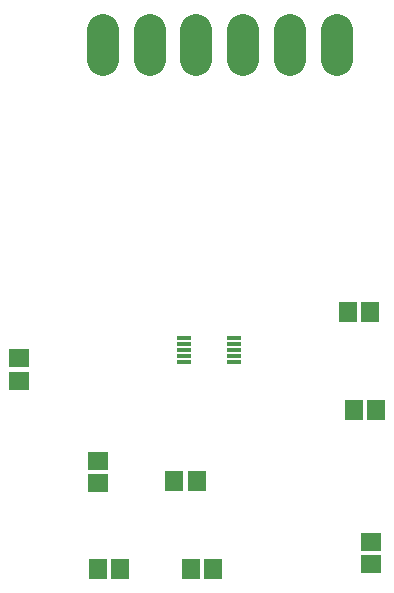
<source format=gbr>
G04 EAGLE Gerber RS-274X export*
G75*
%MOMM*%
%FSLAX34Y34*%
%LPD*%
%INSoldermask Bottom*%
%IPPOS*%
%AMOC8*
5,1,8,0,0,1.08239X$1,22.5*%
G01*
%ADD10R,1.503200X1.703200*%
%ADD11R,1.703200X1.503200*%
%ADD12R,1.203200X0.453200*%
%ADD13C,2.717800*%


D10*
X421400Y326000D03*
X440400Y326000D03*
X454300Y251700D03*
X435300Y251700D03*
D11*
X587900Y255700D03*
X587900Y274700D03*
D10*
X375400Y251700D03*
X356400Y251700D03*
X592400Y386400D03*
X573400Y386400D03*
X587400Y469500D03*
X568400Y469500D03*
D11*
X357000Y343200D03*
X357000Y324200D03*
X290300Y411100D03*
X290300Y430100D03*
D12*
X429769Y426800D03*
X429769Y431800D03*
X429769Y436800D03*
X429769Y441800D03*
X429769Y446800D03*
X472031Y446800D03*
X472031Y441800D03*
X472031Y436800D03*
X472031Y431800D03*
X472031Y426800D03*
D13*
X440188Y682427D02*
X440188Y707573D01*
X400564Y707573D02*
X400564Y682427D01*
X360940Y682427D02*
X360940Y707573D01*
X479812Y707573D02*
X479812Y682427D01*
X519436Y682427D02*
X519436Y707573D01*
X559060Y707573D02*
X559060Y682427D01*
M02*

</source>
